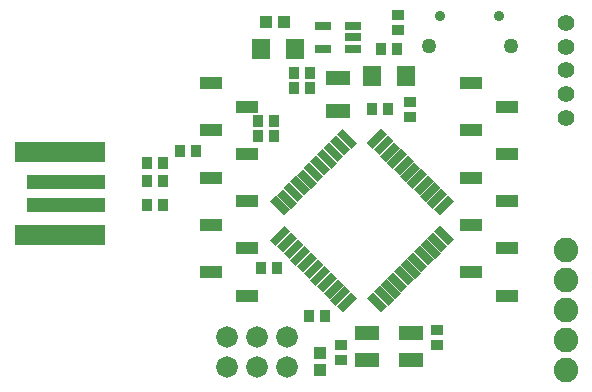
<source format=gts>
G75*
G70*
%OFA0B0*%
%FSLAX24Y24*%
%IPPOS*%
%LPD*%
%AMOC8*
5,1,8,0,0,1.08239X$1,22.5*
%
%ADD10R,0.0356X0.0434*%
%ADD11R,0.0631X0.0710*%
%ADD12R,0.0434X0.0356*%
%ADD13R,0.0395X0.0395*%
%ADD14R,0.0671X0.0277*%
%ADD15R,0.0277X0.0671*%
%ADD16R,0.0828X0.0513*%
%ADD17R,0.0789X0.0474*%
%ADD18R,0.0552X0.0297*%
%ADD19R,0.3033X0.0671*%
%ADD20R,0.2639X0.0474*%
%ADD21R,0.0749X0.0415*%
%ADD22C,0.0720*%
%ADD23C,0.0820*%
%ADD24C,0.0556*%
%ADD25C,0.0350*%
%ADD26C,0.0500*%
D10*
X004944Y006401D03*
X005456Y006401D03*
X005456Y007201D03*
X004944Y007201D03*
X004944Y007801D03*
X005456Y007801D03*
X006044Y008201D03*
X006556Y008201D03*
X008644Y008701D03*
X009156Y008701D03*
X009156Y009201D03*
X008644Y009201D03*
X009844Y010301D03*
X010356Y010301D03*
X010356Y010801D03*
X009844Y010801D03*
X012444Y009601D03*
X012956Y009601D03*
X012744Y011601D03*
X013256Y011601D03*
X009256Y004301D03*
X008744Y004301D03*
X010344Y002701D03*
X010856Y002701D03*
D11*
X012449Y010701D03*
X013551Y010701D03*
X009851Y011601D03*
X008749Y011601D03*
D12*
X013300Y012245D03*
X013300Y012757D03*
X013700Y009857D03*
X013700Y009345D03*
X014600Y002257D03*
X014600Y001745D03*
X011400Y001757D03*
X011400Y001245D03*
D13*
X010700Y001496D03*
X010700Y000905D03*
X009495Y012501D03*
X008905Y012501D03*
D14*
G36*
X011733Y008294D02*
X011260Y008766D01*
X011455Y008962D01*
X011928Y008490D01*
X011733Y008294D01*
G37*
G36*
X011511Y008071D02*
X011038Y008543D01*
X011233Y008739D01*
X011706Y008267D01*
X011511Y008071D01*
G37*
G36*
X011288Y007848D02*
X010815Y008320D01*
X011010Y008516D01*
X011483Y008044D01*
X011288Y007848D01*
G37*
G36*
X011066Y007625D02*
X010593Y008097D01*
X010788Y008293D01*
X011261Y007821D01*
X011066Y007625D01*
G37*
G36*
X010844Y007402D02*
X010371Y007874D01*
X010566Y008070D01*
X011039Y007598D01*
X010844Y007402D01*
G37*
G36*
X010622Y007178D02*
X010149Y007650D01*
X010344Y007846D01*
X010817Y007374D01*
X010622Y007178D01*
G37*
G36*
X010399Y006955D02*
X009926Y007427D01*
X010121Y007623D01*
X010594Y007151D01*
X010399Y006955D01*
G37*
G36*
X010177Y006732D02*
X009704Y007204D01*
X009899Y007400D01*
X010372Y006928D01*
X010177Y006732D01*
G37*
G36*
X009955Y006509D02*
X009482Y006981D01*
X009677Y007177D01*
X010150Y006705D01*
X009955Y006509D01*
G37*
G36*
X009732Y006286D02*
X009259Y006758D01*
X009454Y006954D01*
X009927Y006482D01*
X009732Y006286D01*
G37*
G36*
X009510Y006063D02*
X009037Y006535D01*
X009232Y006731D01*
X009705Y006259D01*
X009510Y006063D01*
G37*
G36*
X013190Y003285D02*
X012717Y003757D01*
X012912Y003953D01*
X013385Y003481D01*
X013190Y003285D01*
G37*
G36*
X012967Y003062D02*
X012494Y003534D01*
X012689Y003730D01*
X013162Y003258D01*
X012967Y003062D01*
G37*
G36*
X012745Y002839D02*
X012272Y003311D01*
X012467Y003507D01*
X012940Y003035D01*
X012745Y002839D01*
G37*
G36*
X013412Y003509D02*
X012939Y003981D01*
X013134Y004177D01*
X013607Y003705D01*
X013412Y003509D01*
G37*
G36*
X013634Y003732D02*
X013161Y004204D01*
X013356Y004400D01*
X013829Y003928D01*
X013634Y003732D01*
G37*
G36*
X013856Y003955D02*
X013383Y004427D01*
X013578Y004623D01*
X014051Y004151D01*
X013856Y003955D01*
G37*
G36*
X014079Y004178D02*
X013606Y004650D01*
X013801Y004846D01*
X014274Y004374D01*
X014079Y004178D01*
G37*
G36*
X014301Y004401D02*
X013828Y004873D01*
X014023Y005069D01*
X014496Y004597D01*
X014301Y004401D01*
G37*
G36*
X014523Y004624D02*
X014050Y005096D01*
X014245Y005292D01*
X014718Y004820D01*
X014523Y004624D01*
G37*
G36*
X014746Y004847D02*
X014273Y005319D01*
X014468Y005515D01*
X014941Y005043D01*
X014746Y004847D01*
G37*
G36*
X014968Y005070D02*
X014495Y005542D01*
X014690Y005738D01*
X015163Y005266D01*
X014968Y005070D01*
G37*
D15*
G36*
X014689Y006072D02*
X014493Y006267D01*
X014965Y006740D01*
X015161Y006545D01*
X014689Y006072D01*
G37*
G36*
X014466Y006295D02*
X014270Y006490D01*
X014742Y006963D01*
X014938Y006768D01*
X014466Y006295D01*
G37*
G36*
X014243Y006517D02*
X014047Y006712D01*
X014519Y007185D01*
X014715Y006990D01*
X014243Y006517D01*
G37*
G36*
X014020Y006739D02*
X013824Y006934D01*
X014296Y007407D01*
X014492Y007212D01*
X014020Y006739D01*
G37*
G36*
X013797Y006962D02*
X013601Y007157D01*
X014073Y007630D01*
X014269Y007435D01*
X013797Y006962D01*
G37*
G36*
X013574Y007184D02*
X013378Y007379D01*
X013850Y007852D01*
X014046Y007657D01*
X013574Y007184D01*
G37*
G36*
X013351Y007406D02*
X013155Y007601D01*
X013627Y008074D01*
X013823Y007879D01*
X013351Y007406D01*
G37*
G36*
X013128Y007629D02*
X012932Y007824D01*
X013404Y008297D01*
X013600Y008102D01*
X013128Y007629D01*
G37*
G36*
X012905Y007851D02*
X012709Y008046D01*
X013181Y008519D01*
X013377Y008324D01*
X012905Y007851D01*
G37*
G36*
X012681Y008073D02*
X012485Y008268D01*
X012957Y008741D01*
X013153Y008546D01*
X012681Y008073D01*
G37*
G36*
X012458Y008296D02*
X012262Y008491D01*
X012734Y008964D01*
X012930Y008769D01*
X012458Y008296D01*
G37*
G36*
X009235Y005061D02*
X009039Y005256D01*
X009511Y005729D01*
X009707Y005534D01*
X009235Y005061D01*
G37*
G36*
X009458Y004838D02*
X009262Y005033D01*
X009734Y005506D01*
X009930Y005311D01*
X009458Y004838D01*
G37*
G36*
X009681Y004616D02*
X009485Y004811D01*
X009957Y005284D01*
X010153Y005089D01*
X009681Y004616D01*
G37*
G36*
X009904Y004394D02*
X009708Y004589D01*
X010180Y005062D01*
X010376Y004867D01*
X009904Y004394D01*
G37*
G36*
X010127Y004171D02*
X009931Y004366D01*
X010403Y004839D01*
X010599Y004644D01*
X010127Y004171D01*
G37*
G36*
X010350Y003949D02*
X010154Y004144D01*
X010626Y004617D01*
X010822Y004422D01*
X010350Y003949D01*
G37*
G36*
X010573Y003727D02*
X010377Y003922D01*
X010849Y004395D01*
X011045Y004200D01*
X010573Y003727D01*
G37*
G36*
X010796Y003505D02*
X010600Y003700D01*
X011072Y004173D01*
X011268Y003978D01*
X010796Y003505D01*
G37*
G36*
X011019Y003282D02*
X010823Y003477D01*
X011295Y003950D01*
X011491Y003755D01*
X011019Y003282D01*
G37*
G36*
X011243Y003060D02*
X011047Y003255D01*
X011519Y003728D01*
X011715Y003533D01*
X011243Y003060D01*
G37*
G36*
X011466Y002838D02*
X011270Y003033D01*
X011742Y003506D01*
X011938Y003311D01*
X011466Y002838D01*
G37*
D16*
X012272Y002153D03*
X012272Y001248D03*
X013728Y001248D03*
X013728Y002153D03*
D17*
X011300Y009549D03*
X011300Y010652D03*
D18*
X010788Y011627D03*
X010788Y012375D03*
X011812Y012375D03*
X011812Y012001D03*
X011812Y011627D03*
D19*
X002021Y008179D03*
X002021Y005423D03*
D20*
X002218Y006407D03*
X002218Y007194D03*
D21*
X007079Y004175D03*
X008260Y003388D03*
X008260Y004963D03*
X007079Y005750D03*
X008260Y006538D03*
X007079Y007325D03*
X008260Y008112D03*
X007079Y008900D03*
X008260Y009687D03*
X007079Y010475D03*
X015740Y010475D03*
X016921Y009687D03*
X015740Y008900D03*
X016921Y008112D03*
X015740Y007325D03*
X016921Y006538D03*
X015740Y005750D03*
X016921Y004963D03*
X015740Y004175D03*
X016921Y003388D03*
D22*
X009600Y002001D03*
X008600Y002001D03*
X007600Y002001D03*
X007600Y001001D03*
X008600Y001001D03*
X009600Y001001D03*
D23*
X018900Y000901D03*
X018900Y001901D03*
X018900Y002901D03*
X018900Y003901D03*
X018900Y004901D03*
D24*
X018906Y009326D03*
X018906Y010113D03*
X018906Y010901D03*
X018906Y011688D03*
X018906Y012475D03*
D25*
X016684Y012701D03*
X014716Y012701D03*
D26*
X014322Y011716D03*
X017078Y011716D03*
M02*

</source>
